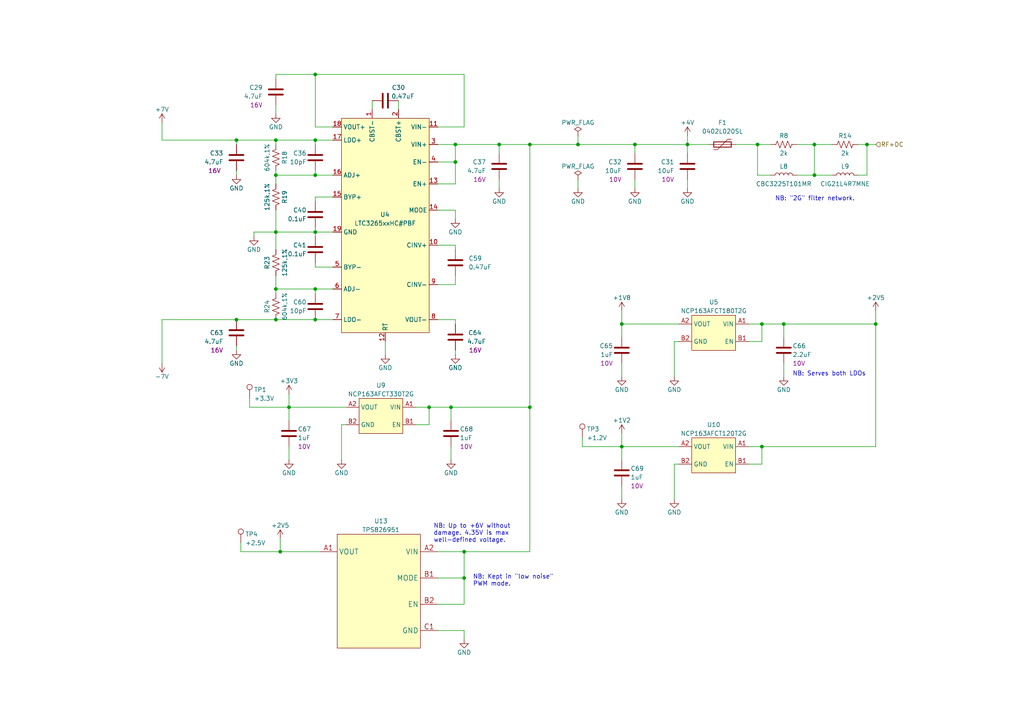
<source format=kicad_sch>
(kicad_sch (version 20211123) (generator eeschema)
  (paper "A4")
  (title_block (title "Headstage-16Stim") (date "2021-12-16") (rev "A") (company "Open Ephys, Inc") (comment 1 "Jonathan P. Newman"))
  (lib_symbols
    (symbol "Connector:TestPoint" (pin_numbers hide) (pin_names (offset 0.762) hide)
      (property "Reference" "TP" (at 0 6.858 0))
      (property "Value" "TestPoint" (at 0 5.08 0))
      (symbol "TestPoint_0_1"
        (circle (center 0 3.302) (radius 0.762))
      )
      (symbol "TestPoint_1_1"
        (pin passive line (at 0 0 90) (length 2.54) (name "1") (number "1"))
      )
    )
    (symbol "Device:C" (pin_numbers hide) (pin_names (offset 0.254))
      (property "Reference" "C" (at 0.635 2.54 0))
      (property "Value" "C" (at 0.635 -2.54 0))
      (symbol "C_0_1"
        (polyline (pts (xy -2.032 -0.762) (xy 2.032 -0.762)) (stroke (width 0.508)))
        (polyline (pts (xy -2.032 0.762) (xy 2.032 0.762)) (stroke (width 0.508)))
      )
      (symbol "C_1_1"
        (pin passive line (at 0 3.81 270) (length 2.794) (name "~") (number "1"))
        (pin passive line (at 0 -3.81 90) (length 2.794) (name "~") (number "2"))
      )
    )
    (symbol "Device:L" (pin_numbers hide) (pin_names (offset 1.016) hide)
      (property "Reference" "L" (at -1.27 0 90))
      (property "Value" "L" (at 1.905 0 90))
      (symbol "L_0_1"
        (arc (start 0 -2.54) (mid 0.635 -1.905) (end 0 -1.27))
        (arc (start 0 -1.27) (mid 0.635 -0.635) (end 0 0))
        (arc (start 0 0) (mid 0.635 0.635) (end 0 1.27))
        (arc (start 0 1.27) (mid 0.635 1.905) (end 0 2.54))
      )
      (symbol "L_1_1"
        (pin passive line (at 0 3.81 270) (length 1.27) (name "1") (number "1"))
        (pin passive line (at 0 -3.81 90) (length 1.27) (name "2") (number "2"))
      )
    )
    (symbol "Device:Polyfuse" (pin_numbers hide) (pin_names (offset 0))
      (property "Reference" "F" (at -2.54 0 90))
      (property "Value" "Polyfuse" (at 2.54 0 90))
      (symbol "Polyfuse_0_1"
        (rectangle (start -0.762 2.54) (end 0.762 -2.54) (stroke (width 0.254)))
        (polyline (pts (xy 0 2.54) (xy 0 -2.54)))
        (polyline (pts (xy -1.524 2.54) (xy -1.524 1.524) (xy 1.524 -1.524) (xy 1.524 -2.54)))
      )
      (symbol "Polyfuse_1_1"
        (pin passive line (at 0 3.81 270) (length 1.27) (name "~") (number "1"))
        (pin passive line (at 0 -3.81 90) (length 1.27) (name "~") (number "2"))
      )
    )
    (symbol "Device:R_US" (pin_numbers hide) (pin_names (offset 0))
      (property "Reference" "R" (at 2.54 0 90))
      (property "Value" "R_US" (at -2.54 0 90))
      (symbol "R_US_0_1"
        (polyline (pts (xy 0 -2.286) (xy 0 -2.54)))
        (polyline (pts (xy 0 2.286) (xy 0 2.54)))
        (polyline (pts (xy 0 -0.762) (xy 1.016 -1.143) (xy 0 -1.524) (xy -1.016 -1.905) (xy 0 -2.286)))
        (polyline (pts (xy 0 0.762) (xy 1.016 0.381) (xy 0 0) (xy -1.016 -0.381) (xy 0 -0.762)))
        (polyline (pts (xy 0 2.286) (xy 1.016 1.905) (xy 0 1.524) (xy -1.016 1.143) (xy 0 0.762)))
      )
      (symbol "R_US_1_1"
        (pin passive line (at 0 3.81 270) (length 1.27) (name "~") (number "1"))
        (pin passive line (at 0 -3.81 90) (length 1.27) (name "~") (number "2"))
      )
    )
    (symbol "jonnew:+7V" (power) (pin_names (offset 0))
      (property "Value" "+7V" (at 0 3.556 0))
      (symbol "+7V_0_1"
        (polyline (pts (xy -0.762 1.27) (xy 0 2.54)))
        (polyline (pts (xy 0 0) (xy 0 2.54)))
        (polyline (pts (xy 0 2.54) (xy 0.762 1.27)))
      )
      (symbol "+7V_1_1"
        (pin power_in line (at 0 0 90) (length 0) hide (name "+7V") (number "1"))
      )
    )
    (symbol "jonnew:-7V" (power) (pin_names (offset 0))
      (property "Value" "-7V" (at 0 3.556 0))
      (symbol "-7V_0_1"
        (polyline (pts (xy -0.762 1.27) (xy 0 2.54)))
        (polyline (pts (xy 0 0) (xy 0 2.54)))
        (polyline (pts (xy 0 2.54) (xy 0.762 1.27)))
      )
      (symbol "-7V_1_1"
        (pin power_in line (at 0 0 90) (length 0) hide (name "-7V") (number "1"))
      )
    )
    (symbol "jonnew:LDO_EN"
      (property "Reference" "U" (at 0 8.89 0))
      (property "Value" "LDO_EN" (at 0 6.35 0))
      (symbol "LDO_EN_0_1"
        (rectangle (start -6.35 5.08) (end 6.35 -5.08) (stroke (width 0.1524)) (fill (type background)))
      )
      (symbol "LDO_EN_1_1"
        (pin power_in line (at -10.16 2.54 0) (length 3.81) (name "VIN") (number "A1"))
        (pin power_out line (at 10.16 2.54 180) (length 3.81) (name "VOUT") (number "A2"))
        (pin input line (at -10.16 -2.54 0) (length 3.81) (name "EN") (number "B1"))
        (pin power_in line (at 10.16 -2.54 180) (length 3.81) (name "GND") (number "B2"))
      )
    )
    (symbol "jonnew:LTC3265"
      (property "Reference" "U" (at 0 2.54 0))
      (property "Value" "LTC3265" (at 0 0 0))
      (symbol "LTC3265_0_1"
        (rectangle (start -12.7 26.67) (end 12.7 -35.56) (stroke (width 0.1524)) (fill (type background)))
      )
      (symbol "LTC3265_1_1"
        (pin passive line (at 3.81 29.21 270) (length 2.54) (name "CBST-") (number "1"))
        (pin passive line (at -15.24 -10.16 0) (length 2.54) (name "CINV+") (number "10"))
        (pin power_in line (at -15.24 24.13 0) (length 2.54) (name "VIN-") (number "11"))
        (pin input line (at 0 -38.1 90) (length 2.54) (name "RT") (number "12"))
        (pin input line (at -15.24 7.62 0) (length 2.54) (name "EN+") (number "13"))
        (pin input line (at -15.24 0 0) (length 2.54) (name "MODE") (number "14"))
        (pin input line (at 15.24 3.81 180) (length 2.54) (name "BYP+") (number "15"))
        (pin input line (at 15.24 10.16 180) (length 2.54) (name "ADJ+") (number "16"))
        (pin power_out line (at 15.24 20.32 180) (length 2.54) (name "LDO+") (number "17"))
        (pin power_out line (at 15.24 24.13 180) (length 2.54) (name "VOUT+") (number "18"))
        (pin power_in line (at 15.24 -6.35 180) (length 2.54) (name "GND") (number "19"))
        (pin passive line (at -3.81 29.21 270) (length 2.54) (name "CBST+") (number "2"))
        (pin power_in line (at -15.24 19.05 0) (length 2.54) (name "VIN+") (number "3"))
        (pin input line (at -15.24 13.97 0) (length 2.54) (name "EN-") (number "4"))
        (pin input line (at 15.24 -16.51 180) (length 2.54) (name "BYP-") (number "5"))
        (pin input line (at 15.24 -22.86 180) (length 2.54) (name "ADJ-") (number "6"))
        (pin power_out line (at 15.24 -31.75 180) (length 2.54) (name "LDO-") (number "7"))
        (pin power_out line (at -15.24 -31.75 0) (length 2.54) (name "VOUT-") (number "8"))
        (pin passive line (at -15.24 -21.59 0) (length 2.54) (name "CINV-") (number "9"))
      )
    )
    (symbol "jonnew:TPS8269xxxSIPR"
      (property "Reference" "U" (at -11.43 19.685 0))
      (property "Value" "TPS8269xxxSIPR" (at -11.43 17.78 0))
      (symbol "TPS8269xxxSIPR_0_1"
        (rectangle (start -11.43 16.51) (end 12.7 -16.51) (stroke (width 0.1524)) (fill (type background)))
      )
      (symbol "TPS8269xxxSIPR_1_1"
        (pin power_out line (at 17.78 11.43 180) (length 5.08) (name "VOUT") (number "A1"))
        (pin power_in line (at -16.51 11.43 0) (length 5.08) (name "VIN") (number "A2"))
        (pin power_in line (at -16.51 11.43 0) (length 5.08) hide (name "VIN") (number "A3"))
        (pin input line (at -16.51 3.81 0) (length 5.08) (name "MODE") (number "B1"))
        (pin input line (at -16.51 -3.81 0) (length 5.08) (name "EN") (number "B2"))
        (pin power_in line (at -16.51 -11.43 0) (length 5.08) (name "GND") (number "C1"))
        (pin power_in line (at -16.51 -11.43 0) (length 5.08) hide (name "GND") (number "C2"))
        (pin power_in line (at -16.51 -11.43 0) (length 5.08) hide (name "GND") (number "C3"))
      )
    )
    (symbol "power:+1V2" (power) (pin_names (offset 0))
      (property "Value" "+1V2" (at 0 3.556 0))
      (symbol "+1V2_0_1"
        (polyline (pts (xy -0.762 1.27) (xy 0 2.54)))
        (polyline (pts (xy 0 0) (xy 0 2.54)))
        (polyline (pts (xy 0 2.54) (xy 0.762 1.27)))
      )
      (symbol "+1V2_1_1"
        (pin power_in line (at 0 0 90) (length 0) hide (name "+1V2") (number "1"))
      )
    )
    (symbol "power:+1V8" (power) (pin_names (offset 0))
      (property "Value" "+1V8" (at 0 3.556 0))
      (symbol "+1V8_0_1"
        (polyline (pts (xy -0.762 1.27) (xy 0 2.54)))
        (polyline (pts (xy 0 0) (xy 0 2.54)))
        (polyline (pts (xy 0 2.54) (xy 0.762 1.27)))
      )
      (symbol "+1V8_1_1"
        (pin power_in line (at 0 0 90) (length 0) hide (name "+1V8") (number "1"))
      )
    )
    (symbol "power:+2V5" (power) (pin_names (offset 0))
      (property "Value" "+2V5" (at 0 3.556 0))
      (symbol "+2V5_0_1"
        (polyline (pts (xy -0.762 1.27) (xy 0 2.54)))
        (polyline (pts (xy 0 0) (xy 0 2.54)))
        (polyline (pts (xy 0 2.54) (xy 0.762 1.27)))
      )
      (symbol "+2V5_1_1"
        (pin power_in line (at 0 0 90) (length 0) hide (name "+2V5") (number "1"))
      )
    )
    (symbol "power:+3.3V" (power) (pin_names (offset 0))
      (property "Value" "+3.3V" (at 0 3.556 0))
      (symbol "+3.3V_0_1"
        (polyline (pts (xy -0.762 1.27) (xy 0 2.54)))
        (polyline (pts (xy 0 0) (xy 0 2.54)))
        (polyline (pts (xy 0 2.54) (xy 0.762 1.27)))
      )
      (symbol "+3.3V_1_1"
        (pin power_in line (at 0 0 90) (length 0) hide (name "+3V3") (number "1"))
      )
    )
    (symbol "power:+4V" (power) (pin_names (offset 0))
      (property "Value" "+4V" (at 0 3.556 0))
      (symbol "+4V_0_1"
        (polyline (pts (xy -0.762 1.27) (xy 0 2.54)))
        (polyline (pts (xy 0 0) (xy 0 2.54)))
        (polyline (pts (xy 0 2.54) (xy 0.762 1.27)))
      )
      (symbol "+4V_1_1"
        (pin power_in line (at 0 0 90) (length 0) hide (name "+4V") (number "1"))
      )
    )
    (symbol "power:GND" (power) (pin_names (offset 0))
      (property "Value" "GND" (at 0 -3.81 0))
      (symbol "GND_0_1"
        (polyline (pts (xy 0 0) (xy 0 -1.27) (xy 1.27 -1.27) (xy 0 -2.54) (xy -1.27 -1.27) (xy 0 -1.27)))
      )
      (symbol "GND_1_1"
        (pin power_in line (at 0 0 270) (length 0) hide (name "GND") (number "1"))
      )
    )
    (symbol "power:PWR_FLAG" (power) (pin_numbers hide) (pin_names (offset 0) hide)
      (property "Value" "PWR_FLAG" (at 0 3.81 0))
      (symbol "PWR_FLAG_0_0"
        (pin power_out line (at 0 0 90) (length 0) (name "pwr") (number "1"))
      )
      (symbol "PWR_FLAG_0_1"
        (polyline (pts (xy 0 0) (xy 0 1.27) (xy -1.016 1.905) (xy 0 2.54) (xy 1.016 1.905) (xy 0 1.27)))
      )
    )
  )
  (junction (at 68.58 92.71))
  (junction (at 180.34 93.98))
  (junction (at 134.62 160.02))
  (junction (at 132.08 41.91))
  (junction (at 80.01 83.82))
  (junction (at 130.81 118.11))
  (junction (at 80.01 67.31))
  (junction (at 81.28 160.02))
  (junction (at 91.44 92.71))
  (junction (at 83.82 118.11))
  (junction (at 219.71 41.91))
  (junction (at 80.01 92.71))
  (junction (at 254 93.98))
  (junction (at 153.67 118.11))
  (junction (at 134.62 167.64))
  (junction (at 80.01 40.64))
  (junction (at 124.46 118.11))
  (junction (at 220.98 129.54))
  (junction (at 236.22 50.8))
  (junction (at 199.39 41.91))
  (junction (at 251.46 41.91))
  (junction (at 180.34 129.54))
  (junction (at 91.44 50.8))
  (junction (at 132.08 46.99))
  (junction (at 236.22 41.91))
  (junction (at 91.44 67.31))
  (junction (at 144.78 41.91))
  (junction (at 220.98 93.98))
  (junction (at 91.44 83.82))
  (junction (at 68.58 40.64))
  (junction (at 184.15 41.91))
  (junction (at 91.44 21.59))
  (junction (at 167.64 41.91))
  (junction (at 153.67 41.91))
  (junction (at 91.44 40.64))
  (junction (at 227.33 93.98))
  (junction (at 80.01 50.8))
  (wire (pts (xy 184.15 52.07) (xy 184.15 54.61)))
  (wire (pts (xy 68.58 50.8) (xy 68.58 49.53)))
  (wire (pts (xy 73.66 68.58) (xy 73.66 67.31)))
  (wire (pts (xy 130.81 118.11) (xy 130.81 121.92)))
  (wire (pts (xy 80.01 49.53) (xy 80.01 50.8)))
  (wire (pts (xy 196.85 134.62) (xy 195.58 134.62)))
  (wire (pts (xy 91.44 21.59) (xy 80.01 21.59)))
  (wire (pts (xy 167.64 39.37) (xy 167.64 41.91)))
  (wire (pts (xy 80.01 40.64) (xy 80.01 41.91)))
  (wire (pts (xy 220.98 93.98) (xy 227.33 93.98)))
  (wire (pts (xy 180.34 93.98) (xy 196.85 93.98)))
  (wire (pts (xy 184.15 41.91) (xy 199.39 41.91)))
  (wire (pts (xy 91.44 57.15) (xy 91.44 58.42)))
  (wire (pts (xy 132.08 46.99) (xy 132.08 41.91)))
  (wire (pts (xy 167.64 52.07) (xy 167.64 54.61)))
  (wire (pts (xy 83.82 118.11) (xy 83.82 121.92)))
  (wire (pts (xy 91.44 49.53) (xy 91.44 50.8)))
  (wire (pts (xy 236.22 50.8) (xy 241.3 50.8)))
  (wire (pts (xy 96.52 77.47) (xy 91.44 77.47)))
  (wire (pts (xy 80.01 92.71) (xy 91.44 92.71)))
  (wire (pts (xy 91.44 67.31) (xy 80.01 67.31)))
  (wire (pts (xy 96.52 40.64) (xy 91.44 40.64)))
  (wire (pts (xy 91.44 50.8) (xy 80.01 50.8)))
  (wire (pts (xy 144.78 52.07) (xy 144.78 54.61)))
  (wire (pts (xy 91.44 83.82) (xy 80.01 83.82)))
  (wire (pts (xy 132.08 93.98) (xy 132.08 92.71)))
  (wire (pts (xy 231.14 50.8) (xy 236.22 50.8)))
  (wire (pts (xy 68.58 40.64) (xy 80.01 40.64)))
  (wire (pts (xy 219.71 50.8) (xy 219.71 41.91)))
  (wire (pts (xy 227.33 93.98) (xy 227.33 97.79)))
  (wire (pts (xy 127 36.83) (xy 134.62 36.83)))
  (wire (pts (xy 91.44 92.71) (xy 96.52 92.71)))
  (wire (pts (xy 69.85 160.02) (xy 69.85 157.48)))
  (wire (pts (xy 107.95 29.21) (xy 107.95 31.75)))
  (wire (pts (xy 91.44 66.04) (xy 91.44 67.31)))
  (wire (pts (xy 132.08 80.01) (xy 132.08 82.55)))
  (wire (pts (xy 80.01 85.09) (xy 80.01 83.82)))
  (wire (pts (xy 83.82 118.11) (xy 100.33 118.11)))
  (wire (pts (xy 46.99 40.64) (xy 68.58 40.64)))
  (wire (pts (xy 180.34 125.73) (xy 180.34 129.54)))
  (wire (pts (xy 127 167.64) (xy 134.62 167.64)))
  (wire (pts (xy 124.46 118.11) (xy 130.81 118.11)))
  (wire (pts (xy 127 160.02) (xy 134.62 160.02)))
  (wire (pts (xy 134.62 185.42) (xy 134.62 182.88)))
  (wire (pts (xy 220.98 129.54) (xy 220.98 134.62)))
  (wire (pts (xy 91.44 40.64) (xy 91.44 41.91)))
  (wire (pts (xy 132.08 71.12) (xy 127 71.12)))
  (wire (pts (xy 134.62 21.59) (xy 134.62 36.83)))
  (wire (pts (xy 127 92.71) (xy 132.08 92.71)))
  (wire (pts (xy 83.82 114.3) (xy 83.82 118.11)))
  (wire (pts (xy 180.34 140.97) (xy 180.34 144.78)))
  (wire (pts (xy 132.08 63.5) (xy 132.08 60.96)))
  (wire (pts (xy 81.28 160.02) (xy 69.85 160.02)))
  (wire (pts (xy 144.78 41.91) (xy 153.67 41.91)))
  (wire (pts (xy 72.39 118.11) (xy 72.39 115.57)))
  (wire (pts (xy 134.62 175.26) (xy 134.62 167.64)))
  (wire (pts (xy 195.58 99.06) (xy 195.58 109.22)))
  (wire (pts (xy 80.01 67.31) (xy 73.66 67.31)))
  (wire (pts (xy 153.67 41.91) (xy 153.67 118.11)))
  (wire (pts (xy 80.01 67.31) (xy 80.01 72.39)))
  (wire (pts (xy 80.01 21.59) (xy 80.01 22.86)))
  (wire (pts (xy 80.01 30.48) (xy 80.01 33.02)))
  (wire (pts (xy 236.22 41.91) (xy 236.22 50.8)))
  (wire (pts (xy 127 182.88) (xy 134.62 182.88)))
  (wire (pts (xy 180.34 90.17) (xy 180.34 93.98)))
  (wire (pts (xy 96.52 57.15) (xy 91.44 57.15)))
  (wire (pts (xy 195.58 134.62) (xy 195.58 144.78)))
  (wire (pts (xy 134.62 167.64) (xy 134.62 160.02)))
  (wire (pts (xy 184.15 44.45) (xy 184.15 41.91)))
  (wire (pts (xy 68.58 40.64) (xy 68.58 41.91)))
  (wire (pts (xy 120.65 118.11) (xy 124.46 118.11)))
  (wire (pts (xy 219.71 41.91) (xy 223.52 41.91)))
  (wire (pts (xy 217.17 134.62) (xy 220.98 134.62)))
  (wire (pts (xy 100.33 123.19) (xy 99.06 123.19)))
  (wire (pts (xy 180.34 129.54) (xy 196.85 129.54)))
  (wire (pts (xy 132.08 72.39) (xy 132.08 71.12)))
  (wire (pts (xy 91.44 76.2) (xy 91.44 77.47)))
  (wire (pts (xy 91.44 67.31) (xy 91.44 68.58)))
  (wire (pts (xy 111.76 99.06) (xy 111.76 102.87)))
  (wire (pts (xy 227.33 93.98) (xy 254 93.98)))
  (wire (pts (xy 199.39 44.45) (xy 199.39 41.91)))
  (wire (pts (xy 220.98 93.98) (xy 220.98 99.06)))
  (wire (pts (xy 236.22 41.91) (xy 241.3 41.91)))
  (wire (pts (xy 213.36 41.91) (xy 219.71 41.91)))
  (wire (pts (xy 254 90.17) (xy 254 93.98)))
  (wire (pts (xy 196.85 99.06) (xy 195.58 99.06)))
  (wire (pts (xy 81.28 160.02) (xy 92.71 160.02)))
  (wire (pts (xy 132.08 53.34) (xy 132.08 46.99)))
  (wire (pts (xy 68.58 100.33) (xy 68.58 101.6)))
  (wire (pts (xy 223.52 50.8) (xy 219.71 50.8)))
  (wire (pts (xy 180.34 129.54) (xy 180.34 133.35)))
  (wire (pts (xy 199.39 52.07) (xy 199.39 54.61)))
  (wire (pts (xy 254 93.98) (xy 254 129.54)))
  (wire (pts (xy 153.67 41.91) (xy 167.64 41.91)))
  (wire (pts (xy 96.52 67.31) (xy 91.44 67.31)))
  (wire (pts (xy 168.91 127) (xy 168.91 129.54)))
  (wire (pts (xy 217.17 129.54) (xy 220.98 129.54)))
  (wire (pts (xy 231.14 41.91) (xy 236.22 41.91)))
  (wire (pts (xy 72.39 118.11) (xy 83.82 118.11)))
  (wire (pts (xy 132.08 101.6) (xy 132.08 102.87)))
  (wire (pts (xy 80.01 80.01) (xy 80.01 83.82)))
  (wire (pts (xy 96.52 36.83) (xy 91.44 36.83)))
  (wire (pts (xy 134.62 160.02) (xy 153.67 160.02)))
  (wire (pts (xy 227.33 105.41) (xy 227.33 109.22)))
  (wire (pts (xy 91.44 21.59) (xy 134.62 21.59)))
  (wire (pts (xy 180.34 105.41) (xy 180.34 109.22)))
  (wire (pts (xy 130.81 129.54) (xy 130.81 133.35)))
  (wire (pts (xy 127 46.99) (xy 132.08 46.99)))
  (wire (pts (xy 80.01 60.96) (xy 80.01 67.31)))
  (wire (pts (xy 46.99 40.64) (xy 46.99 35.56)))
  (wire (pts (xy 220.98 129.54) (xy 254 129.54)))
  (wire (pts (xy 80.01 92.71) (xy 68.58 92.71)))
  (wire (pts (xy 91.44 36.83) (xy 91.44 21.59)))
  (wire (pts (xy 120.65 123.19) (xy 124.46 123.19)))
  (wire (pts (xy 132.08 41.91) (xy 144.78 41.91)))
  (wire (pts (xy 80.01 50.8) (xy 80.01 53.34)))
  (wire (pts (xy 180.34 93.98) (xy 180.34 97.79)))
  (wire (pts (xy 199.39 41.91) (xy 205.74 41.91)))
  (wire (pts (xy 251.46 41.91) (xy 251.46 50.8)))
  (wire (pts (xy 46.99 105.41) (xy 46.99 92.71)))
  (wire (pts (xy 81.28 156.21) (xy 81.28 160.02)))
  (wire (pts (xy 127 53.34) (xy 132.08 53.34)))
  (wire (pts (xy 124.46 118.11) (xy 124.46 123.19)))
  (wire (pts (xy 251.46 50.8) (xy 248.92 50.8)))
  (wire (pts (xy 115.57 29.21) (xy 115.57 31.75)))
  (wire (pts (xy 153.67 160.02) (xy 153.67 118.11)))
  (wire (pts (xy 83.82 129.54) (xy 83.82 133.35)))
  (wire (pts (xy 167.64 41.91) (xy 184.15 41.91)))
  (wire (pts (xy 199.39 39.37) (xy 199.39 41.91)))
  (wire (pts (xy 144.78 41.91) (xy 144.78 44.45)))
  (wire (pts (xy 217.17 99.06) (xy 220.98 99.06)))
  (wire (pts (xy 132.08 60.96) (xy 127 60.96)))
  (wire (pts (xy 96.52 50.8) (xy 91.44 50.8)))
  (wire (pts (xy 168.91 129.54) (xy 180.34 129.54)))
  (wire (pts (xy 130.81 118.11) (xy 153.67 118.11)))
  (wire (pts (xy 248.92 41.91) (xy 251.46 41.91)))
  (wire (pts (xy 96.52 83.82) (xy 91.44 83.82)))
  (wire (pts (xy 251.46 41.91) (xy 254 41.91)))
  (wire (pts (xy 91.44 83.82) (xy 91.44 85.09)))
  (wire (pts (xy 127 175.26) (xy 134.62 175.26)))
  (wire (pts (xy 99.06 123.19) (xy 99.06 133.35)))
  (wire (pts (xy 132.08 82.55) (xy 127 82.55)))
  (wire (pts (xy 91.44 40.64) (xy 80.01 40.64)))
  (wire (pts (xy 217.17 93.98) (xy 220.98 93.98)))
  (wire (pts (xy 46.99 92.71) (xy 68.58 92.71)))
  (wire (pts (xy 127 41.91) (xy 132.08 41.91)))
  (text "NB: Up to +6V without\ndamage. 4.35V is max \nwell-defined voltage." (at 125.73 157.48 0) (effects (font (size 1.27 1.27)) (justify left bottom)))
  (text "NB: \"2G\" filter network." (at 224.79 58.42 0) (effects (font (size 1.27 1.27)) (justify left bottom)))
  (text "NB: Serves both LDOs" (at 229.87 109.22 0) (effects (font (size 1.27 1.27)) (justify left bottom)))
  (text "NB: Kept in \"low noise\"\nPWM mode." (at 137.16 170.18 0) (effects (font (size 1.27 1.27)) (justify left bottom)))
  (hierarchical_label "RF+DC" (shape input) (at 254 41.91 0))
  (symbol (lib_id "Connector:TestPoint") (at 72.39 115.57 0) (unit 1) (in_bom no)
    (property "Reference" "TP1" (at 73.66 113.03 0) (effects (justify left)))
    (property "Value" "+3.3V" (at 73.66 115.57 0) (effects (justify left)))
    (property "Footprint" "jonnew:TestPoint_Pad_D0.6mm" (effects hide))
  )
  (symbol (lib_id "power:GND") (at 111.76 102.87 0) (mirror y) (unit 1)
    (property "Reference" "#PWR030" (effects hide))
    (property "Value" "GND" (at 111.76 106.68 0))
  )
  (symbol (lib_id "power:GND") (at 80.01 33.02 0) (mirror y) (unit 1)
    (property "Reference" "#PWR015" (effects hide))
    (property "Value" "GND" (at 80.01 36.83 0))
  )
  (symbol (lib_id "power:GND") (at 184.15 54.61 0) (mirror y) (unit 1)
    (property "Reference" "#PWR019" (effects hide))
    (property "Value" "GND" (at 184.15 58.42 0))
  )
  (symbol (lib_id "Device:L") (at 227.33 50.8 90) (unit 1)
    (property "Reference" "L8" (at 227.33 48.26 90))
    (property "Value" "CBC3225T101MR" (at 227.33 53.34 90))
    (property "Footprint" "Inductor_SMD:L_1210_3225Metric" (effects hide))
  )
  (symbol (lib_id "power:PWR_FLAG") (at 167.64 39.37 0) (unit 1)
    (property "Reference" "#FLG012" (effects hide))
    (property "Value" "PWR_FLAG" (at 167.64 35.56 0))
  )
  (symbol (lib_id "Device:C") (at 68.58 96.52 0) (mirror x) (unit 1)
    (property "Reference" "C63" (at 64.77 96.52 0) (effects (justify right)))
    (property "Value" "4.7uF" (at 64.77 99.06 0) (effects (justify right)))
    (property "Footprint" "Capacitor_SMD:C_0402_1005Metric" (effects hide))
    (property "Voltage" "16V" (at 64.77 101.6001 0) (effects (justify right)))
    (property "TempCo" "X5R" (effects hide))
  )
  (symbol (lib_id "Device:Polyfuse") (at 209.55 41.91 270) (unit 1)
    (property "Reference" "F1" (at 209.55 35.56 90))
    (property "Value" "0402L020SL" (at 209.55 38.1 90))
    (property "Footprint" "jonnew:LITTLEFUSE_0402" (effects hide))
  )
  (symbol (lib_id "Device:C") (at 111.76 29.21 270) (mirror x) (unit 1)
    (property "Reference" "C30" (at 115.57 25.4 90))
    (property "Value" "0.47uF" (at 116.84 27.94 90))
    (property "Footprint" "Capacitor_SMD:C_0402_1005Metric" (effects hide))
    (property "TempCo" "X5R" (effects hide))
    (property "Voltage" "35V" (effects hide))
  )
  (symbol (lib_id "power:GND") (at 144.78 54.61 0) (mirror y) (unit 1)
    (property "Reference" "#PWR021" (effects hide))
    (property "Value" "GND" (at 144.78 58.42 0))
  )
  (symbol (lib_id "Device:R_US") (at 245.11 41.91 90) (unit 1)
    (property "Reference" "R14" (at 245.11 39.37 90))
    (property "Value" "2k" (at 245.11 44.45 90))
    (property "Footprint" "Resistor_SMD:R_0201_0603Metric" (effects hide))
  )
  (symbol (lib_id "power:GND") (at 195.58 109.22 0) (unit 1)
    (property "Reference" "#PWR037" (effects hide))
    (property "Value" "GND" (at 195.58 113.03 0))
  )
  (symbol (lib_id "Device:C") (at 144.78 48.26 0) (mirror x) (unit 1)
    (property "Reference" "C37" (at 140.97 46.9899 0) (effects (justify right)))
    (property "Value" "4.7uF" (at 140.97 49.5299 0) (effects (justify right)))
    (property "Footprint" "Capacitor_SMD:C_0402_1005Metric" (effects hide))
    (property "Voltage" "16V" (at 140.97 52.07 0) (effects (justify right)))
    (property "TempCo" "X5R" (effects hide))
  )
  (symbol (lib_id "power:+2V5") (at 81.28 156.21 0) (unit 1)
    (property "Reference" "#PWR043" (effects hide))
    (property "Value" "+2V5" (at 81.28 152.4 0))
  )
  (symbol (lib_id "Device:C") (at 227.33 101.6 0) (unit 1)
    (property "Reference" "C66" (at 229.87 100.33 0) (effects (justify left)))
    (property "Value" "2.2uF" (at 229.87 102.87 0) (effects (justify left)))
    (property "Footprint" "Capacitor_SMD:C_0201_0603Metric" (effects hide))
    (property "Voltage" "10V" (at 229.87 105.41 0) (effects (justify left)))
    (property "TempCo" "X5R" (effects hide))
  )
  (symbol (lib_id "Device:C") (at 91.44 88.9 0) (mirror y) (unit 1)
    (property "Reference" "C60" (at 88.9 87.63 0) (effects (justify left)))
    (property "Value" "10pF" (at 88.9 90.17 0) (effects (justify left)))
    (property "Footprint" "Capacitor_SMD:C_0201_0603Metric" (effects hide))
    (property "TempCo" "X7R" (effects hide))
    (property "Voltage" "50V" (effects hide))
  )
  (symbol (lib_id "power:GND") (at 227.33 109.22 0) (unit 1)
    (property "Reference" "#PWR038" (effects hide))
    (property "Value" "GND" (at 227.33 113.03 0))
  )
  (symbol (lib_id "power:GND") (at 132.08 63.5 0) (mirror y) (unit 1)
    (property "Reference" "#PWR025" (effects hide))
    (property "Value" "GND" (at 132.08 67.31 0))
  )
  (symbol (lib_id "power:GND") (at 199.39 54.61 0) (mirror y) (unit 1)
    (property "Reference" "#PWR018" (effects hide))
    (property "Value" "GND" (at 199.39 58.42 0))
  )
  (symbol (lib_id "Device:R_US") (at 80.01 88.9 0) (mirror y) (unit 1)
    (property "Reference" "R24" (at 77.47 88.9 90))
    (property "Value" "604k,1%" (at 82.55 88.9 90))
    (property "Footprint" "Resistor_SMD:R_0201_0603Metric" (effects hide))
  )
  (symbol (lib_id "Device:C") (at 132.08 76.2 180) (unit 1)
    (property "Reference" "C59" (at 135.89 74.9299 0) (effects (justify right)))
    (property "Value" "0.47uF" (at 135.89 77.4699 0) (effects (justify right)))
    (property "Footprint" "Capacitor_SMD:C_0402_1005Metric" (effects hide))
    (property "TempCo" "X5R" (effects hide))
    (property "Voltage" "35V" (effects hide))
  )
  (symbol (lib_id "Device:C") (at 180.34 137.16 0) (unit 1)
    (property "Reference" "C69" (at 182.88 135.89 0) (effects (justify left)))
    (property "Value" "1uF" (at 182.88 138.43 0) (effects (justify left)))
    (property "Footprint" "Capacitor_SMD:C_0201_0603Metric" (effects hide))
    (property "Voltage" "10V" (at 182.88 140.97 0) (effects (justify left)))
    (property "TempCo" "X5R" (effects hide))
  )
  (symbol (lib_id "Device:C") (at 91.44 72.39 0) (mirror y) (unit 1)
    (property "Reference" "C41" (at 88.9 71.12 0) (effects (justify left)))
    (property "Value" "0.1uF" (at 88.9 73.66 0) (effects (justify left)))
    (property "Footprint" "Capacitor_SMD:C_0201_0603Metric" (effects hide))
    (property "TempCo" "X7R" (effects hide))
    (property "Voltage" "16V" (effects hide))
  )
  (symbol (lib_id "jonnew:TPS8269xxxSIPR") (at 110.49 171.45 0) (mirror y) (unit 1)
    (property "Reference" "U13" (at 110.49 151.13 0))
    (property "Value" "TPS826951" (at 110.49 153.67 0))
    (property "Footprint" "jonnew:TI_SIP0008B" (effects hide))
  )
  (symbol (lib_id "power:PWR_FLAG") (at 167.64 52.07 0) (unit 1)
    (property "Reference" "#FLG013" (effects hide))
    (property "Value" "PWR_FLAG" (at 167.64 48.26 0))
  )
  (symbol (lib_id "power:+2V5") (at 254 90.17 0) (unit 1)
    (property "Reference" "#PWR033" (effects hide))
    (property "Value" "+2V5" (at 254 86.36 0))
  )
  (symbol (lib_id "power:GND") (at 180.34 109.22 0) (unit 1)
    (property "Reference" "#PWR036" (effects hide))
    (property "Value" "GND" (at 180.34 113.03 0))
  )
  (symbol (lib_id "jonnew:-7V") (at 46.99 105.41 180) (unit 1)
    (property "Reference" "#PWR034" (effects hide))
    (property "Value" "-7V" (at 46.99 109.22 0))
  )
  (symbol (lib_id "power:GND") (at 167.64 54.61 0) (unit 1)
    (property "Reference" "#PWR022" (effects hide))
    (property "Value" "GND" (at 167.64 58.42 0))
  )
  (symbol (lib_id "Device:C") (at 91.44 45.72 0) (mirror y) (unit 1)
    (property "Reference" "C36" (at 88.9 44.45 0) (effects (justify left)))
    (property "Value" "10pF" (at 88.9 46.99 0) (effects (justify left)))
    (property "Footprint" "Capacitor_SMD:C_0201_0603Metric" (effects hide))
    (property "TempCo" "X7R" (effects hide))
    (property "Voltage" "50V" (effects hide))
  )
  (symbol (lib_id "power:GND") (at 68.58 50.8 0) (mirror y) (unit 1)
    (property "Reference" "#PWR020" (effects hide))
    (property "Value" "GND" (at 68.58 54.61 0))
  )
  (symbol (lib_id "Device:R_US") (at 80.01 45.72 0) (mirror x) (unit 1)
    (property "Reference" "R18" (at 82.55 45.72 90))
    (property "Value" "604k,1%" (at 77.47 45.72 90))
    (property "Footprint" "Resistor_SMD:R_0201_0603Metric" (effects hide))
  )
  (symbol (lib_id "jonnew:+7V") (at 46.99 35.56 0) (unit 1)
    (property "Reference" "#PWR016" (effects hide))
    (property "Value" "+7V" (at 46.99 31.75 0))
  )
  (symbol (lib_id "Connector:TestPoint") (at 69.85 157.48 0) (unit 1) (in_bom no)
    (property "Reference" "TP4" (at 71.12 154.94 0) (effects (justify left)))
    (property "Value" "+2.5V" (at 71.12 157.48 0) (effects (justify left)))
    (property "Footprint" "jonnew:TestPoint_Pad_D0.6mm" (effects hide))
  )
  (symbol (lib_id "Device:C") (at 80.01 26.67 0) (mirror x) (unit 1)
    (property "Reference" "C29" (at 76.2 25.3999 0) (effects (justify right)))
    (property "Value" "4.7uF" (at 76.2 27.9399 0) (effects (justify right)))
    (property "Footprint" "Capacitor_SMD:C_0402_1005Metric" (effects hide))
    (property "Voltage" "16V" (at 76.2 30.48 0) (effects (justify right)))
    (property "TempCo" "X5R" (effects hide))
  )
  (symbol (lib_id "Device:C") (at 68.58 45.72 0) (mirror x) (unit 1)
    (property "Reference" "C33" (at 64.77 44.4499 0) (effects (justify right)))
    (property "Value" "4.7uF" (at 64.77 46.9899 0) (effects (justify right)))
    (property "Footprint" "Capacitor_SMD:C_0402_1005Metric" (effects hide))
    (property "Voltage" "16V" (at 62.23 49.53 0))
    (property "TempCo" "X5R" (effects hide))
  )
  (symbol (lib_id "power:GND") (at 130.81 133.35 0) (unit 1)
    (property "Reference" "#PWR041" (effects hide))
    (property "Value" "GND" (at 130.81 137.16 0))
  )
  (symbol (lib_id "power:+3.3V") (at 83.82 114.3 0) (unit 1)
    (property "Reference" "#PWR035" (effects hide))
    (property "Value" "+3.3V" (at 83.82 110.49 0))
  )
  (symbol (lib_id "Device:R_US") (at 227.33 41.91 90) (unit 1)
    (property "Reference" "R8" (at 227.33 39.37 90))
    (property "Value" "2k" (at 227.33 44.45 90))
    (property "Footprint" "Resistor_SMD:R_0201_0603Metric" (effects hide))
  )
  (symbol (lib_id "Device:C") (at 180.34 101.6 0) (mirror y) (unit 1)
    (property "Reference" "C65" (at 177.8 100.33 0) (effects (justify left)))
    (property "Value" "1uF" (at 177.8 102.87 0) (effects (justify left)))
    (property "Footprint" "Capacitor_SMD:C_0201_0603Metric" (effects hide))
    (property "Voltage" "10V" (at 177.8 105.41 0) (effects (justify left)))
    (property "TempCo" "X5R" (effects hide))
  )
  (symbol (lib_id "jonnew:LDO_EN") (at 207.01 132.08 0) (mirror y) (unit 1)
    (property "Reference" "U10" (at 207.01 123.19 0))
    (property "Value" "NCP163AFCT120T2G" (at 207.01 125.73 0))
    (property "Footprint" "jonnew:ONSEMI_567JZ_WLCSP4-0.64x0.64" (effects hide))
  )
  (symbol (lib_id "Device:C") (at 130.81 125.73 0) (unit 1)
    (property "Reference" "C68" (at 133.35 124.46 0) (effects (justify left)))
    (property "Value" "1uF" (at 133.35 127 0) (effects (justify left)))
    (property "Footprint" "Capacitor_SMD:C_0201_0603Metric" (effects hide))
    (property "Voltage" "10V" (at 133.35 129.54 0) (effects (justify left)))
    (property "TempCo" "X5R" (effects hide))
  )
  (symbol (lib_id "power:+4V") (at 199.39 39.37 0) (unit 1)
    (property "Reference" "#PWR017" (effects hide))
    (property "Value" "+4V" (at 199.39 35.56 0))
  )
  (symbol (lib_id "power:GND") (at 68.58 101.6 0) (mirror y) (unit 1)
    (property "Reference" "#PWR029" (effects hide))
    (property "Value" "GND" (at 68.58 105.41 0))
  )
  (symbol (lib_id "power:GND") (at 83.82 133.35 0) (unit 1)
    (property "Reference" "#PWR039" (effects hide))
    (property "Value" "GND" (at 83.82 137.16 0))
  )
  (symbol (lib_id "Device:R_US") (at 80.01 57.15 0) (mirror x) (unit 1)
    (property "Reference" "R19" (at 82.55 57.15 90))
    (property "Value" "125k,1%" (at 77.47 57.15 90))
    (property "Footprint" "Resistor_SMD:R_0201_0603Metric" (effects hide))
  )
  (symbol (lib_id "power:GND") (at 99.06 133.35 0) (unit 1)
    (property "Reference" "#PWR040" (effects hide))
    (property "Value" "GND" (at 99.06 137.16 0))
  )
  (symbol (lib_id "power:GND") (at 180.34 144.78 0) (unit 1)
    (property "Reference" "#PWR044" (effects hide))
    (property "Value" "GND" (at 180.34 148.59 0))
  )
  (symbol (lib_id "jonnew:LTC3265") (at 111.76 60.96 0) (mirror y) (unit 1)
    (property "Reference" "U4" (at 113.03 62.23 0) (effects (justify left)))
    (property "Value" "LTC3265xxHC#PBF" (at 120.65 64.77 0) (effects (justify left)))
    (property "Footprint" "jonnew:LINEAR_SON50P300X500X80-19N-D" (effects hide))
  )
  (symbol (lib_id "power:GND") (at 134.62 185.42 0) (unit 1)
    (property "Reference" "#PWR049" (effects hide))
    (property "Value" "GND" (at 134.62 189.23 0))
  )
  (symbol (lib_id "Device:C") (at 132.08 97.79 0) (mirror x) (unit 1)
    (property "Reference" "C64" (at 139.7 96.52 0) (effects (justify right)))
    (property "Value" "4.7uF" (at 140.97 99.06 0) (effects (justify right)))
    (property "Footprint" "Capacitor_SMD:C_0402_1005Metric" (effects hide))
    (property "Voltage" "16V" (at 139.7 101.6 0) (effects (justify right)))
    (property "TempCo" "X5R" (effects hide))
  )
  (symbol (lib_id "Device:C") (at 91.44 62.23 0) (mirror y) (unit 1)
    (property "Reference" "C40" (at 88.9 60.96 0) (effects (justify left)))
    (property "Value" "0.1uF" (at 88.9 63.5 0) (effects (justify left)))
    (property "Footprint" "Capacitor_SMD:C_0201_0603Metric" (effects hide))
    (property "TempCo" "X7R" (effects hide))
    (property "Voltage" "16V" (effects hide))
  )
  (symbol (lib_id "Connector:TestPoint") (at 168.91 127 0) (unit 1) (in_bom no)
    (property "Reference" "TP3" (at 170.18 124.46 0) (effects (justify left)))
    (property "Value" "+1.2V" (at 170.18 127 0) (effects (justify left)))
    (property "Footprint" "jonnew:TestPoint_Pad_D0.6mm" (effects hide))
  )
  (symbol (lib_id "Device:L") (at 245.11 50.8 270) (mirror x) (unit 1)
    (property "Reference" "L9" (at 245.11 48.26 90))
    (property "Value" "CIG21L4R7MNE" (at 245.11 53.34 90))
    (property "Footprint" "Inductor_SMD:L_0805_2012Metric" (effects hide))
  )
  (symbol (lib_id "power:+1V8") (at 180.34 90.17 0) (unit 1)
    (property "Reference" "#PWR032" (effects hide))
    (property "Value" "+1V8" (at 180.34 86.36 0))
  )
  (symbol (lib_id "power:GND") (at 132.08 102.87 0) (mirror y) (unit 1)
    (property "Reference" "#PWR031" (effects hide))
    (property "Value" "GND" (at 132.08 106.68 0))
  )
  (symbol (lib_id "power:+1V2") (at 180.34 125.73 0) (unit 1)
    (property "Reference" "#PWR042" (effects hide))
    (property "Value" "+1V2" (at 180.34 121.92 0))
  )
  (symbol (lib_id "Device:C") (at 83.82 125.73 0) (unit 1)
    (property "Reference" "C67" (at 86.36 124.46 0) (effects (justify left)))
    (property "Value" "1uF" (at 86.36 127 0) (effects (justify left)))
    (property "Footprint" "Capacitor_SMD:C_0201_0603Metric" (effects hide))
    (property "Voltage" "10V" (at 86.36 129.54 0) (effects (justify left)))
    (property "TempCo" "X5R" (effects hide))
  )
  (symbol (lib_id "power:GND") (at 195.58 144.78 0) (unit 1)
    (property "Reference" "#PWR045" (effects hide))
    (property "Value" "GND" (at 195.58 148.59 0))
  )
  (symbol (lib_id "Device:R_US") (at 80.01 76.2 0) (mirror y) (unit 1)
    (property "Reference" "R23" (at 77.47 76.2 90))
    (property "Value" "125k,1%" (at 82.55 76.2 90))
    (property "Footprint" "Resistor_SMD:R_0201_0603Metric" (effects hide))
  )
  (symbol (lib_id "Device:C") (at 184.15 48.26 0) (mirror x) (unit 1)
    (property "Reference" "C32" (at 180.34 46.9899 0) (effects (justify right)))
    (property "Value" "10uF" (at 180.34 49.5299 0) (effects (justify right)))
    (property "Footprint" "Capacitor_SMD:C_0402_1005Metric" (effects hide))
    (property "Voltage" "10V" (at 180.34 52.07 0) (effects (justify right)))
    (property "TempCo" "X5R" (effects hide))
  )
  (symbol (lib_id "power:GND") (at 73.66 68.58 0) (mirror y) (unit 1)
    (property "Reference" "#PWR026" (effects hide))
    (property "Value" "GND" (at 73.66 72.39 0))
  )
  (symbol (lib_id "jonnew:LDO_EN") (at 207.01 96.52 0) (mirror y) (unit 1)
    (property "Reference" "U5" (at 207.01 87.63 0))
    (property "Value" "NCP163AFCT180T2G" (at 207.01 90.17 0))
    (property "Footprint" "jonnew:ONSEMI_567JZ_WLCSP4-0.64x0.64" (effects hide))
  )
  (symbol (lib_id "jonnew:LDO_EN") (at 110.49 120.65 0) (mirror y) (unit 1)
    (property "Reference" "U9" (at 110.49 111.76 0))
    (property "Value" "NCP163AFCT330T2G" (at 110.49 114.3 0))
    (property "Footprint" "jonnew:ONSEMI_567JZ_WLCSP4-0.64x0.64" (effects hide))
  )
  (symbol (lib_id "Device:C") (at 199.39 48.26 0) (mirror x) (unit 1)
    (property "Reference" "C31" (at 195.58 46.9899 0) (effects (justify right)))
    (property "Value" "10uF" (at 195.58 49.5299 0) (effects (justify right)))
    (property "Footprint" "Capacitor_SMD:C_0402_1005Metric" (effects hide))
    (property "Voltage" "10V" (at 195.58 52.07 0) (effects (justify right)))
    (property "TempCo" "X5R" (effects hide))
  )
)
</source>
